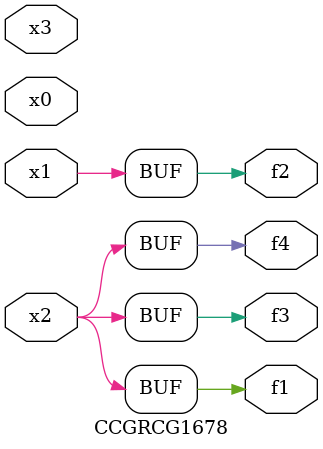
<source format=v>
module CCGRCG1678(
	input x0, x1, x2, x3,
	output f1, f2, f3, f4
);
	assign f1 = x2;
	assign f2 = x1;
	assign f3 = x2;
	assign f4 = x2;
endmodule

</source>
